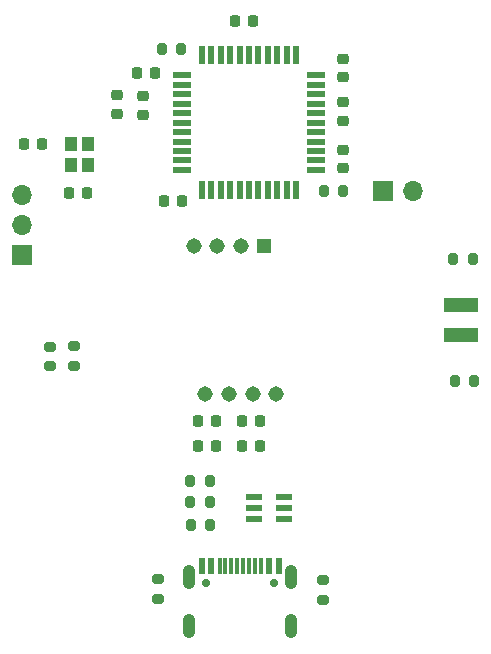
<source format=gbr>
%TF.GenerationSoftware,KiCad,Pcbnew,6.0.7-f9a2dced07~116~ubuntu20.04.1*%
%TF.CreationDate,2022-10-10T21:45:52+02:00*%
%TF.ProjectId,ploopy-nano,706c6f6f-7079-42d6-9e61-6e6f2e6b6963,rev?*%
%TF.SameCoordinates,Original*%
%TF.FileFunction,Soldermask,Top*%
%TF.FilePolarity,Negative*%
%FSLAX46Y46*%
G04 Gerber Fmt 4.6, Leading zero omitted, Abs format (unit mm)*
G04 Created by KiCad (PCBNEW 6.0.7-f9a2dced07~116~ubuntu20.04.1) date 2022-10-10 21:45:52*
%MOMM*%
%LPD*%
G01*
G04 APERTURE LIST*
G04 Aperture macros list*
%AMRoundRect*
0 Rectangle with rounded corners*
0 $1 Rounding radius*
0 $2 $3 $4 $5 $6 $7 $8 $9 X,Y pos of 4 corners*
0 Add a 4 corners polygon primitive as box body*
4,1,4,$2,$3,$4,$5,$6,$7,$8,$9,$2,$3,0*
0 Add four circle primitives for the rounded corners*
1,1,$1+$1,$2,$3*
1,1,$1+$1,$4,$5*
1,1,$1+$1,$6,$7*
1,1,$1+$1,$8,$9*
0 Add four rect primitives between the rounded corners*
20,1,$1+$1,$2,$3,$4,$5,0*
20,1,$1+$1,$4,$5,$6,$7,0*
20,1,$1+$1,$6,$7,$8,$9,0*
20,1,$1+$1,$8,$9,$2,$3,0*%
G04 Aperture macros list end*
%ADD10RoundRect,0.225000X-0.225000X-0.250000X0.225000X-0.250000X0.225000X0.250000X-0.225000X0.250000X0*%
%ADD11RoundRect,0.225000X-0.250000X0.225000X-0.250000X-0.225000X0.250000X-0.225000X0.250000X0.225000X0*%
%ADD12RoundRect,0.200000X0.200000X0.275000X-0.200000X0.275000X-0.200000X-0.275000X0.200000X-0.275000X0*%
%ADD13R,1.700000X1.700000*%
%ADD14O,1.700000X1.700000*%
%ADD15C,0.700000*%
%ADD16R,0.600000X1.450000*%
%ADD17R,0.300000X1.450000*%
%ADD18O,1.050000X2.100000*%
%ADD19RoundRect,0.200000X-0.275000X0.200000X-0.275000X-0.200000X0.275000X-0.200000X0.275000X0.200000X0*%
%ADD20R,1.320800X0.558800*%
%ADD21RoundRect,0.225000X0.225000X0.250000X-0.225000X0.250000X-0.225000X-0.250000X0.225000X-0.250000X0*%
%ADD22RoundRect,0.225000X0.250000X-0.225000X0.250000X0.225000X-0.250000X0.225000X-0.250000X-0.225000X0*%
%ADD23RoundRect,0.200000X-0.200000X-0.275000X0.200000X-0.275000X0.200000X0.275000X-0.200000X0.275000X0*%
%ADD24R,1.308000X1.308000*%
%ADD25C,1.308000*%
%ADD26R,0.550000X1.500000*%
%ADD27R,1.500000X0.550000*%
%ADD28R,3.000000X1.200000*%
%ADD29R,1.000000X1.150000*%
G04 APERTURE END LIST*
D10*
%TO.C,C11*%
X144525000Y-106000000D03*
X146075000Y-106000000D03*
%TD*%
D11*
%TO.C,C1*%
X156800000Y-79025000D03*
X156800000Y-80575000D03*
%TD*%
D12*
%TO.C,R4*%
X167800000Y-92300000D03*
X166150000Y-92300000D03*
%TD*%
D13*
%TO.C,J2*%
X160225000Y-86500000D03*
D14*
X162765000Y-86500000D03*
%TD*%
D15*
%TO.C,J4*%
X150990000Y-119712500D03*
X145210000Y-119712500D03*
D16*
X144850000Y-118267500D03*
X145650000Y-118267500D03*
D17*
X146850000Y-118267500D03*
X147850000Y-118267500D03*
X148350000Y-118267500D03*
X149350000Y-118267500D03*
D16*
X151350000Y-118267500D03*
X150550000Y-118267500D03*
D17*
X149850000Y-118267500D03*
X148850000Y-118267500D03*
X147350000Y-118267500D03*
X146350000Y-118267500D03*
D18*
X143780000Y-119182500D03*
X152420000Y-119182500D03*
X143780000Y-123362500D03*
X152420000Y-123362500D03*
%TD*%
D19*
%TO.C,R5*%
X132000000Y-99700000D03*
X132000000Y-101350000D03*
%TD*%
D20*
%TO.C,U2*%
X149230000Y-112460200D03*
X149230000Y-113400000D03*
X149230000Y-114339800D03*
X151770000Y-114339800D03*
X151770000Y-113400000D03*
X151770000Y-112460200D03*
%TD*%
D21*
%TO.C,C7*%
X143175000Y-87400000D03*
X141625000Y-87400000D03*
%TD*%
D22*
%TO.C,C4*%
X156800000Y-76875000D03*
X156800000Y-75325000D03*
%TD*%
D21*
%TO.C,C13*%
X135154000Y-86741000D03*
X133604000Y-86741000D03*
%TD*%
D19*
%TO.C,R7*%
X155100000Y-119475000D03*
X155100000Y-121125000D03*
%TD*%
%TO.C,R6*%
X134000000Y-99675000D03*
X134000000Y-101325000D03*
%TD*%
D23*
%TO.C,FB2*%
X143875000Y-112900000D03*
X145525000Y-112900000D03*
%TD*%
D10*
%TO.C,C9*%
X144500000Y-108100000D03*
X146050000Y-108100000D03*
%TD*%
D12*
%TO.C,R2*%
X156825000Y-86500000D03*
X155175000Y-86500000D03*
%TD*%
D13*
%TO.C,J3*%
X129600000Y-91925000D03*
D14*
X129600000Y-89385000D03*
X129600000Y-86845000D03*
%TD*%
D11*
%TO.C,C6*%
X139900000Y-78525000D03*
X139900000Y-80075000D03*
%TD*%
D21*
%TO.C,C10*%
X149775000Y-106000000D03*
X148225000Y-106000000D03*
%TD*%
D24*
%TO.C,U3*%
X150150000Y-91150000D03*
D25*
X148150000Y-91150000D03*
X146150000Y-91150000D03*
X144150000Y-91150000D03*
X145150000Y-103750000D03*
X147150000Y-103750000D03*
X149150000Y-103750000D03*
X151150000Y-103750000D03*
%TD*%
D19*
%TO.C,R8*%
X141100000Y-119400000D03*
X141100000Y-121050000D03*
%TD*%
D23*
%TO.C,FB1*%
X143900000Y-114800000D03*
X145550000Y-114800000D03*
%TD*%
D26*
%TO.C,U1*%
X152844000Y-75046600D03*
X152044000Y-75046600D03*
X151244000Y-75046600D03*
X150444000Y-75046600D03*
X149644000Y-75046600D03*
X148844000Y-75046600D03*
X148044000Y-75046600D03*
X147244000Y-75046600D03*
X146444000Y-75046600D03*
X145644000Y-75046600D03*
X144844000Y-75046600D03*
D27*
X143144000Y-76746600D03*
X143144000Y-77546600D03*
X143144000Y-78346600D03*
X143144000Y-79146600D03*
X143144000Y-79946600D03*
X143144000Y-80746600D03*
X143144000Y-81546600D03*
X143144000Y-82346600D03*
X143144000Y-83146600D03*
X143144000Y-83946600D03*
X143144000Y-84746600D03*
D26*
X144844000Y-86446600D03*
X145644000Y-86446600D03*
X146444000Y-86446600D03*
X147244000Y-86446600D03*
X148044000Y-86446600D03*
X148844000Y-86446600D03*
X149644000Y-86446600D03*
X150444000Y-86446600D03*
X151244000Y-86446600D03*
X152044000Y-86446600D03*
X152844000Y-86446600D03*
D27*
X154544000Y-84746600D03*
X154544000Y-83946600D03*
X154544000Y-83146600D03*
X154544000Y-82346600D03*
X154544000Y-81546600D03*
X154544000Y-80746600D03*
X154544000Y-79946600D03*
X154544000Y-79146600D03*
X154544000Y-78346600D03*
X154544000Y-77546600D03*
X154544000Y-76746600D03*
%TD*%
D21*
%TO.C,C14*%
X131331000Y-82550000D03*
X129781000Y-82550000D03*
%TD*%
D11*
%TO.C,C8*%
X137700000Y-78425000D03*
X137700000Y-79975000D03*
%TD*%
D23*
%TO.C,FB3*%
X143875000Y-111100000D03*
X145525000Y-111100000D03*
%TD*%
D28*
%TO.C,D1*%
X166800000Y-96200000D03*
X166800000Y-98700000D03*
%TD*%
D21*
%TO.C,C2*%
X140875000Y-76500000D03*
X139325000Y-76500000D03*
%TD*%
D22*
%TO.C,C5*%
X156800000Y-84575000D03*
X156800000Y-83025000D03*
%TD*%
D21*
%TO.C,C3*%
X149175000Y-72100000D03*
X147625000Y-72100000D03*
%TD*%
D12*
%TO.C,R1*%
X143125000Y-74500000D03*
X141475000Y-74500000D03*
%TD*%
D21*
%TO.C,C12*%
X149800000Y-108100000D03*
X148250000Y-108100000D03*
%TD*%
D23*
%TO.C,R3*%
X166275000Y-102600000D03*
X167925000Y-102600000D03*
%TD*%
D29*
%TO.C,Y1*%
X135193000Y-84314000D03*
X135193000Y-82564000D03*
X133793000Y-82564000D03*
X133793000Y-84314000D03*
%TD*%
M02*

</source>
